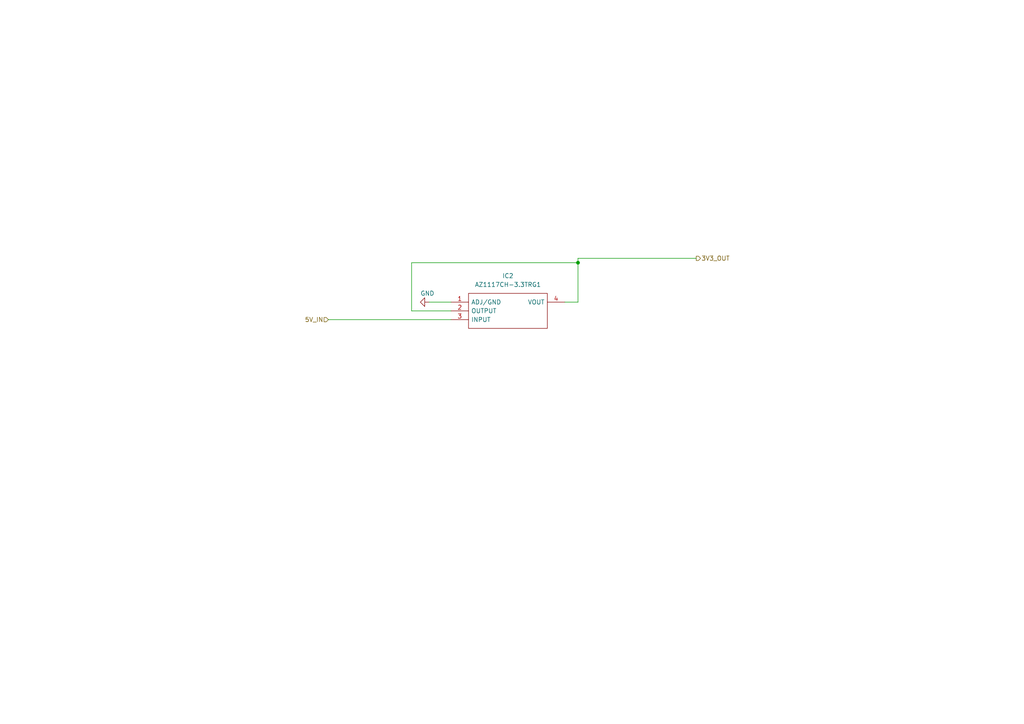
<source format=kicad_sch>
(kicad_sch (version 20230121) (generator eeschema)
  (paper "A4")
  (lib_symbols
    (symbol "SamacSys_Parts:AZ1117CH-3.3TRG1" (pin_names (offset 0.762))
      (property "Reference" "IC" (at 29.21 7.62 0))
      (property "Value" "AZ1117CH-3.3TRG1" (at 29.21 5.08 0))
      (symbol "AZ1117CH-3.3TRG1_0_0"
        (pin passive line (at 0 0 0) (length 5.08) (name "ADJ/GND") (number "1"))
        (pin passive line (at 0 -2.54 0) (length 5.08) (name "OUTPUT") (number "2"))
        (pin passive line (at 0 -5.08 0) (length 5.08) (name "INPUT") (number "3"))
        (pin passive line (at 33.02 0 180) (length 5.08) (name "VOUT") (number "4"))
      )
      (symbol "AZ1117CH-3.3TRG1_0_1"
        (polyline (pts (xy 5.08 2.54) (xy 27.94 2.54) (xy 27.94 -7.62) (xy 5.08 -7.62) (xy 5.08 2.54)) (stroke (width 0.1524)))
      )
    )
    (symbol "power:GND" (power) (pin_names (offset 0))
      (property "Value" "GND" (at 0 -3.81 0))
      (symbol "GND_0_1"
        (polyline (pts (xy 0 0) (xy 0 -1.27) (xy 1.27 -1.27) (xy 0 -2.54) (xy -1.27 -1.27) (xy 0 -1.27)))
      )
      (symbol "GND_1_1"
        (pin power_in line (at 0 0 270) (length 0) hide (name "GND") (number "1"))
      )
    )
  )
  (junction (at 167.64 76.2))
  (wire (pts (xy 119.38 90.17) (xy 119.38 76.2)))
  (wire (pts (xy 167.64 76.2) (xy 167.64 87.63)))
  (wire (pts (xy 119.38 76.2) (xy 167.64 76.2)))
  (wire (pts (xy 130.81 90.17) (xy 119.38 90.17)))
  (wire (pts (xy 95.25 92.71) (xy 130.81 92.71)))
  (wire (pts (xy 167.64 87.63) (xy 163.83 87.63)))
  (wire (pts (xy 124.46 87.63) (xy 130.81 87.63)))
  (wire (pts (xy 167.64 74.93) (xy 201.93 74.93)))
  (wire (pts (xy 167.64 74.93) (xy 167.64 76.2)))
  (hierarchical_label "3V3_OUT" (shape output) (at 201.93 74.93 0))
  (hierarchical_label "5V_IN" (shape input) (at 95.25 92.71 180))
  (symbol (lib_id "power:GND") (at 124.46 87.63 270) (unit 1)
    (property "Reference" "#PWR014" (effects hide))
    (property "Value" "GND" (at 121.92 85.09 90) (effects (justify left)))
    (instances (project "DashSpy" (path "" (reference "#PWR014") (unit 1))) (project "VXDash" (path "" (reference "#PWR011") (unit 1)) (path "" (reference "#PWR032") (unit 1))))
  )
  (symbol (lib_id "SamacSys_Parts:AZ1117CH-3.3TRG1") (at 130.81 87.63 0) (unit 1)
    (property "Reference" "IC2" (at 147.32 80.01 0))
    (property "Value" "AZ1117CH-3.3TRG1" (at 147.32 82.55 0))
    (property "Footprint" "SamacSys_Parts:SOT230P700X180-4N" (effects hide))
    (property "Datasheet" "https://datasheet.datasheetarchive.com/originals/distributors/Datasheets-DGA25/1776204.pdf" (effects hide))
    (property "Description" "IC REG LINEAR 3.3V 1A SOT223" (effects hide))
    (property "Height" "1.8" (effects hide))
    (property "Manufacturer_Name" "Diodes Inc." (effects hide))
    (property "Manufacturer_Part_Number" "AZ1117CH-3.3TRG1" (effects hide))
    (instances (project "DashSpy" (path "" (reference "IC2") (unit 1))) (project "VXDash" (path "" (reference "IC3") (unit 1)) (path "" (reference "IC5") (unit 1))))
  )
)
</source>
